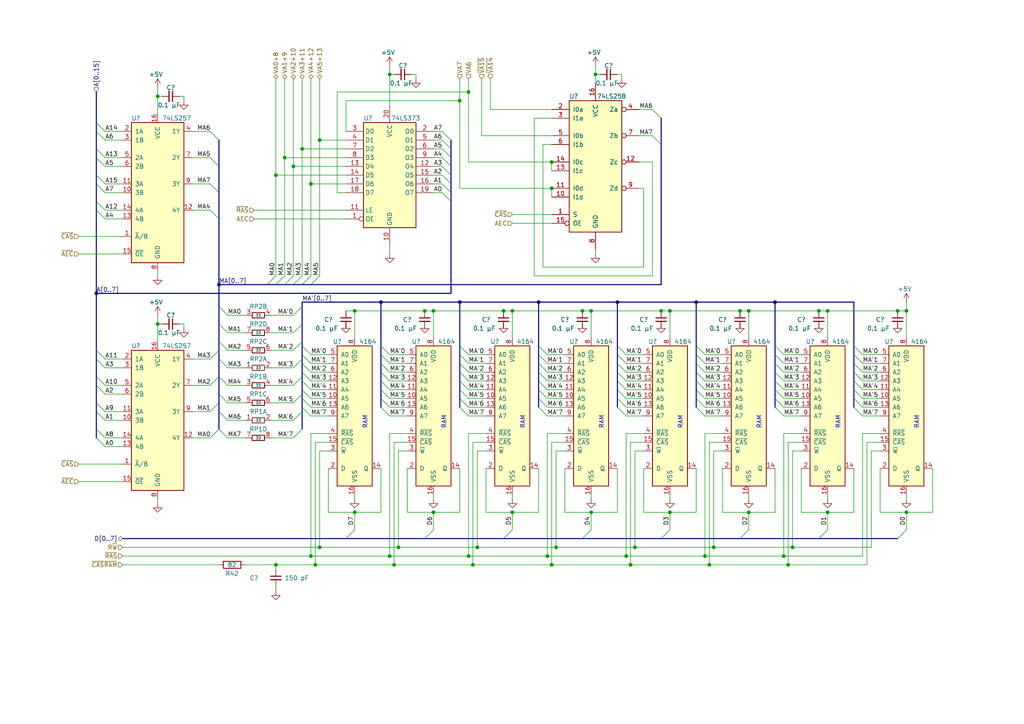
<source format=kicad_sch>
(kicad_sch (version 20231120) (generator "eeschema") (generator_version "8.0")
  (paper "A4")
  (title_block (title "Commodore 64 - Dynamic RAM (schematic #251469)") (date "2019-08-11") (rev "0.2") (company "Commodore Business Machines, Inc.") (comment 1 "Based on C64/C64C Service Manual (1992-03) pp. 31-32 [PN-314001-03]") (comment 4 "KiCad schematic capture by Cumbayah! <cumbayah@subetha.dk>"))
  (junction (at 113.03 21.59))
  (junction (at 146.05 90.17))
  (junction (at 123.19 90.17))
  (junction (at 194.31 90.17))
  (junction (at 184.15 158.75))
  (junction (at 160.02 54.61))
  (junction (at 27.94 85.09))
  (junction (at 204.47 161.29))
  (junction (at 161.29 158.75))
  (junction (at 171.45 90.17))
  (junction (at 262.89 148.59))
  (junction (at 133.35 87.63))
  (junction (at 110.49 87.63))
  (junction (at 114.3 163.83))
  (junction (at 217.17 148.59))
  (junction (at 80.01 50.8))
  (junction (at 63.5 82.55))
  (junction (at 45.72 93.98))
  (junction (at 158.75 161.29))
  (junction (at 125.73 148.59))
  (junction (at 133.35 29.21))
  (junction (at 92.71 40.64))
  (junction (at 138.43 158.75))
  (junction (at 87.63 43.18))
  (junction (at 160.02 46.99))
  (junction (at 115.57 158.75))
  (junction (at 201.93 87.63))
  (junction (at 214.63 90.17))
  (junction (at 181.61 161.29))
  (junction (at 102.87 148.59))
  (junction (at 191.77 90.17))
  (junction (at 45.72 27.94))
  (junction (at 113.03 161.29))
  (junction (at 102.87 90.17))
  (junction (at 207.01 158.75))
  (junction (at 240.03 90.17))
  (junction (at 135.89 161.29))
  (junction (at 80.01 163.83))
  (junction (at 85.09 48.26))
  (junction (at 160.02 163.83))
  (junction (at 135.89 26.67))
  (junction (at 260.35 90.17))
  (junction (at 168.91 90.17))
  (junction (at 91.44 163.83))
  (junction (at 228.6 163.83))
  (junction (at 224.79 87.63))
  (junction (at 227.33 161.29))
  (junction (at 90.17 53.34))
  (junction (at 148.59 148.59))
  (junction (at 82.55 45.72))
  (junction (at 172.72 21.59))
  (junction (at 205.74 163.83))
  (junction (at 156.21 87.63))
  (junction (at 148.59 90.17))
  (junction (at 237.49 90.17))
  (junction (at 217.17 90.17))
  (junction (at 137.16 163.83))
  (junction (at 125.73 90.17))
  (junction (at 182.88 163.83))
  (junction (at 229.87 158.75))
  (junction (at 92.71 158.75))
  (junction (at 90.17 161.29))
  (junction (at 179.07 87.63))
  (junction (at 171.45 148.59))
  (junction (at 262.89 90.17))
  (junction (at 240.03 148.59))
  (junction (at 194.31 148.59))
  (bus_entry (at 77.47 82.55) (size 2.54 -2.54))
  (bus_entry (at 27.94 35.56) (size 2.54 2.54))
  (bus_entry (at 27.94 124.46) (size 2.54 2.54))
  (bus_entry (at 63.5 114.3) (size 2.54 2.54))
  (bus_entry (at 133.35 102.87) (size 2.54 2.54))
  (bus_entry (at 247.65 115.57) (size 2.54 2.54))
  (bus_entry (at 63.5 40.64) (size -2.54 -2.54))
  (bus_entry (at 27.94 43.18) (size 2.54 2.54))
  (bus_entry (at 87.63 105.41) (size 2.54 2.54))
  (bus_entry (at 201.93 102.87) (size 2.54 2.54))
  (bus_entry (at 201.93 110.49) (size 2.54 2.54))
  (bus_entry (at 27.94 58.42) (size 2.54 2.54))
  (bus_entry (at 87.63 100.33) (size 2.54 2.54))
  (bus_entry (at 247.65 113.03) (size 2.54 2.54))
  (bus_entry (at 63.5 116.84) (size -2.54 2.54))
  (bus_entry (at 27.94 116.84) (size 2.54 2.54))
  (bus_entry (at 168.91 156.21) (size 2.54 -2.54))
  (bus_entry (at 27.94 60.96) (size 2.54 2.54))
  (bus_entry (at 27.94 104.14) (size 2.54 2.54))
  (bus_entry (at 156.21 100.33) (size 2.54 2.54))
  (bus_entry (at 82.55 82.55) (size 2.54 -2.54))
  (bus_entry (at 63.5 109.22) (size 2.54 2.54))
  (bus_entry (at 179.07 100.33) (size 2.54 2.54))
  (bus_entry (at 133.35 107.95) (size 2.54 2.54))
  (bus_entry (at 156.21 110.49) (size 2.54 2.54))
  (bus_entry (at 63.5 55.88) (size -2.54 -2.54))
  (bus_entry (at 85.09 111.76) (size 2.54 -2.54))
  (bus_entry (at 133.35 115.57) (size 2.54 2.54))
  (bus_entry (at 63.5 99.06) (size 2.54 2.54))
  (bus_entry (at 133.35 100.33) (size 2.54 2.54))
  (bus_entry (at 27.94 111.76) (size 2.54 2.54))
  (bus_entry (at 87.63 113.03) (size 2.54 2.54))
  (bus_entry (at 27.94 38.1) (size 2.54 2.54))
  (bus_entry (at 27.94 109.22) (size 2.54 2.54))
  (bus_entry (at 133.35 113.03) (size 2.54 2.54))
  (bus_entry (at 27.94 45.72) (size 2.54 2.54))
  (bus_entry (at 63.5 93.98) (size 2.54 2.54))
  (bus_entry (at 158.75 120.65) (size -2.54 -2.54))
  (bus_entry (at 87.63 107.95) (size 2.54 2.54))
  (bus_entry (at 110.49 100.33) (size 2.54 2.54))
  (bus_entry (at 128.27 45.72) (size 2.54 2.54))
  (bus_entry (at 181.61 120.65) (size -2.54 -2.54))
  (bus_entry (at 201.93 113.03) (size 2.54 2.54))
  (bus_entry (at 63.5 109.22) (size -2.54 2.54))
  (bus_entry (at 179.07 102.87) (size 2.54 2.54))
  (bus_entry (at 191.77 34.29) (size -2.54 -2.54))
  (bus_entry (at 85.09 106.68) (size 2.54 -2.54))
  (bus_entry (at 224.79 102.87) (size 2.54 2.54))
  (bus_entry (at 87.63 115.57) (size 2.54 2.54))
  (bus_entry (at 247.65 100.33) (size 2.54 2.54))
  (bus_entry (at 260.35 156.21) (size 2.54 -2.54))
  (bus_entry (at 128.27 50.8) (size 2.54 2.54))
  (bus_entry (at 128.27 48.26) (size 2.54 2.54))
  (bus_entry (at 128.27 53.34) (size 2.54 2.54))
  (bus_entry (at 156.21 105.41) (size 2.54 2.54))
  (bus_entry (at 201.93 115.57) (size 2.54 2.54))
  (bus_entry (at 224.79 115.57) (size 2.54 2.54))
  (bus_entry (at 128.27 40.64) (size 2.54 2.54))
  (bus_entry (at 204.47 120.65) (size -2.54 -2.54))
  (bus_entry (at 247.65 110.49) (size 2.54 2.54))
  (bus_entry (at 63.5 88.9) (size 2.54 2.54))
  (bus_entry (at 85.09 82.55) (size 2.54 -2.54))
  (bus_entry (at 250.19 120.65) (size -2.54 -2.54))
  (bus_entry (at 247.65 105.41) (size 2.54 2.54))
  (bus_entry (at 85.09 96.52) (size 2.54 -2.54))
  (bus_entry (at 201.93 100.33) (size 2.54 2.54))
  (bus_entry (at 224.79 107.95) (size 2.54 2.54))
  (bus_entry (at 63.5 48.26) (size -2.54 -2.54))
  (bus_entry (at 224.79 110.49) (size 2.54 2.54))
  (bus_entry (at 27.94 50.8) (size 2.54 2.54))
  (bus_entry (at 128.27 38.1) (size 2.54 2.54))
  (bus_entry (at 87.63 110.49) (size 2.54 2.54))
  (bus_entry (at 128.27 55.88) (size 2.54 2.54))
  (bus_entry (at 179.07 115.57) (size 2.54 2.54))
  (bus_entry (at 27.94 119.38) (size 2.54 2.54))
  (bus_entry (at 135.89 120.65) (size -2.54 -2.54))
  (bus_entry (at 123.19 156.21) (size 2.54 -2.54))
  (bus_entry (at 214.63 156.21) (size 2.54 -2.54))
  (bus_entry (at 179.07 113.03) (size 2.54 2.54))
  (bus_entry (at 63.5 124.46) (size 2.54 2.54))
  (bus_entry (at 63.5 63.5) (size -2.54 -2.54))
  (bus_entry (at 179.07 110.49) (size 2.54 2.54))
  (bus_entry (at 156.21 115.57) (size 2.54 2.54))
  (bus_entry (at 237.49 156.21) (size 2.54 -2.54))
  (bus_entry (at 156.21 102.87) (size 2.54 2.54))
  (bus_entry (at 146.05 156.21) (size 2.54 -2.54))
  (bus_entry (at 113.03 120.65) (size -2.54 -2.54))
  (bus_entry (at 85.09 121.92) (size 2.54 -2.54))
  (bus_entry (at 110.49 115.57) (size 2.54 2.54))
  (bus_entry (at 201.93 107.95) (size 2.54 2.54))
  (bus_entry (at 27.94 127) (size 2.54 2.54))
  (bus_entry (at 227.33 120.65) (size -2.54 -2.54))
  (bus_entry (at 224.79 113.03) (size 2.54 2.54))
  (bus_entry (at 87.63 102.87) (size 2.54 2.54))
  (bus_entry (at 27.94 101.6) (size 2.54 2.54))
  (bus_entry (at 224.79 105.41) (size 2.54 2.54))
  (bus_entry (at 247.65 107.95) (size 2.54 2.54))
  (bus_entry (at 85.09 91.44) (size 2.54 -2.54))
  (bus_entry (at 87.63 82.55) (size 2.54 -2.54))
  (bus_entry (at 85.09 127) (size 2.54 -2.54))
  (bus_entry (at 85.09 116.84) (size 2.54 -2.54))
  (bus_entry (at 133.35 110.49) (size 2.54 2.54))
  (bus_entry (at 110.49 110.49) (size 2.54 2.54))
  (bus_entry (at 63.5 124.46) (size -2.54 2.54))
  (bus_entry (at 63.5 104.14) (size 2.54 2.54))
  (bus_entry (at 247.65 102.87) (size 2.54 2.54))
  (bus_entry (at 110.49 105.41) (size 2.54 2.54))
  (bus_entry (at 63.5 119.38) (size 2.54 2.54))
  (bus_entry (at 201.93 105.41) (size 2.54 2.54))
  (bus_entry (at 179.07 105.41) (size 2.54 2.54))
  (bus_entry (at 85.09 101.6) (size 2.54 -2.54))
  (bus_entry (at 100.33 156.21) (size 2.54 -2.54))
  (bus_entry (at 27.94 53.34) (size 2.54 2.54))
  (bus_entry (at 179.07 107.95) (size 2.54 2.54))
  (bus_entry (at 90.17 120.65) (size -2.54 -2.54))
  (bus_entry (at 133.35 105.41) (size 2.54 2.54))
  (bus_entry (at 110.49 107.95) (size 2.54 2.54))
  (bus_entry (at 80.01 82.55) (size 2.54 -2.54))
  (bus_entry (at 128.27 43.18) (size 2.54 2.54))
  (bus_entry (at 156.21 113.03) (size 2.54 2.54))
  (bus_entry (at 110.49 113.03) (size 2.54 2.54))
  (bus_entry (at 110.49 102.87) (size 2.54 2.54))
  (bus_entry (at 191.77 41.91) (size -2.54 -2.54))
  (bus_entry (at 191.77 156.21) (size 2.54 -2.54))
  (bus_entry (at 156.21 107.95) (size 2.54 2.54))
  (bus_entry (at 224.79 100.33) (size 2.54 2.54))
  (bus_entry (at 90.17 82.55) (size 2.54 -2.54))
  (bus_entry (at 63.5 101.6) (size -2.54 2.54))
  (bus (pts (xy 133.35 87.63) (xy 156.21 87.63)))
  (wire (pts (xy 90.17 161.29) (xy 35.56 161.29)))
  (bus (pts (xy 133.35 100.33) (xy 133.35 102.87)))
  (wire (pts (xy 113.03 120.65) (xy 118.11 120.65)))
  (bus (pts (xy 110.49 102.87) (xy 110.49 105.41)))
  (wire (pts (xy 185.42 39.37) (xy 189.23 39.37)))
  (wire (pts (xy 194.31 148.59) (xy 186.69 148.59)))
  (bus (pts (xy 156.21 107.95) (xy 156.21 110.49)))
  (wire (pts (xy 135.89 102.87) (xy 140.97 102.87)))
  (bus (pts (xy 224.79 107.95) (xy 224.79 110.49)))
  (wire (pts (xy 53.34 27.94) (xy 53.34 29.21)))
  (bus (pts (xy 179.07 107.95) (xy 179.07 110.49)))
  (wire (pts (xy 171.45 148.59) (xy 163.83 148.59)))
  (bus (pts (xy 156.21 102.87) (xy 156.21 105.41)))
  (wire (pts (xy 148.59 148.59) (xy 148.59 153.67)))
  (wire (pts (xy 80.01 163.83) (xy 91.44 163.83)))
  (wire (pts (xy 217.17 144.78) (xy 217.17 143.51)))
  (wire (pts (xy 35.56 40.64) (xy 30.48 40.64)))
  (wire (pts (xy 133.35 148.59) (xy 125.73 148.59)))
  (wire (pts (xy 135.89 125.73) (xy 135.89 161.29)))
  (wire (pts (xy 100.33 50.8) (xy 80.01 50.8)))
  (wire (pts (xy 102.87 148.59) (xy 102.87 153.67)))
  (bus (pts (xy 87.63 100.33) (xy 87.63 102.87)))
  (wire (pts (xy 204.47 161.29) (xy 227.33 161.29)))
  (wire (pts (xy 250.19 118.11) (xy 255.27 118.11)))
  (wire (pts (xy 78.74 101.6) (xy 85.09 101.6)))
  (wire (pts (xy 115.57 158.75) (xy 138.43 158.75)))
  (wire (pts (xy 102.87 148.59) (xy 95.25 148.59)))
  (wire (pts (xy 217.17 90.17) (xy 217.17 97.79)))
  (wire (pts (xy 80.01 50.8) (xy 80.01 22.86)))
  (wire (pts (xy 160.02 57.15) (xy 160.02 54.61)))
  (wire (pts (xy 240.03 97.79) (xy 240.03 90.17)))
  (wire (pts (xy 227.33 110.49) (xy 232.41 110.49)))
  (wire (pts (xy 55.88 104.14) (xy 60.96 104.14)))
  (wire (pts (xy 262.89 90.17) (xy 262.89 87.63)))
  (bus (pts (xy 63.5 82.55) (xy 63.5 88.9)))
  (wire (pts (xy 90.17 161.29) (xy 113.03 161.29)))
  (bus (pts (xy 27.94 116.84) (xy 27.94 119.38)))
  (wire (pts (xy 113.03 21.59) (xy 114.3 21.59)))
  (wire (pts (xy 160.02 39.37) (xy 139.7 39.37)))
  (bus (pts (xy 179.07 115.57) (xy 179.07 118.11)))
  (wire (pts (xy 78.74 96.52) (xy 85.09 96.52)))
  (bus (pts (xy 201.93 115.57) (xy 201.93 118.11)))
  (wire (pts (xy 161.29 158.75) (xy 184.15 158.75)))
  (wire (pts (xy 227.33 115.57) (xy 232.41 115.57)))
  (wire (pts (xy 87.63 22.86) (xy 87.63 43.18)))
  (wire (pts (xy 87.63 43.18) (xy 100.33 43.18)))
  (wire (pts (xy 158.75 120.65) (xy 163.83 120.65)))
  (bus (pts (xy 82.55 82.55) (xy 85.09 82.55)))
  (bus (pts (xy 191.77 34.29) (xy 191.77 41.91)))
  (wire (pts (xy 240.03 148.59) (xy 232.41 148.59)))
  (wire (pts (xy 135.89 46.99) (xy 135.89 26.67)))
  (wire (pts (xy 227.33 113.03) (xy 232.41 113.03)))
  (wire (pts (xy 204.47 118.11) (xy 209.55 118.11)))
  (bus (pts (xy 110.49 87.63) (xy 110.49 100.33)))
  (wire (pts (xy 80.01 171.45) (xy 80.01 170.18)))
  (bus (pts (xy 63.5 48.26) (xy 63.5 55.88)))
  (bus (pts (xy 87.63 93.98) (xy 87.63 99.06)))
  (bus (pts (xy 191.77 41.91) (xy 191.77 82.55)))
  (bus (pts (xy 27.94 111.76) (xy 27.94 116.84)))
  (bus (pts (xy 179.07 87.63) (xy 179.07 100.33)))
  (wire (pts (xy 140.97 125.73) (xy 135.89 125.73)))
  (bus (pts (xy 201.93 87.63) (xy 201.93 100.33)))
  (wire (pts (xy 123.19 93.98) (xy 123.19 95.25)))
  (wire (pts (xy 224.79 135.89) (xy 224.79 148.59)))
  (bus (pts (xy 63.5 104.14) (xy 63.5 109.22)))
  (wire (pts (xy 35.56 114.3) (xy 30.48 114.3)))
  (wire (pts (xy 113.03 113.03) (xy 118.11 113.03)))
  (wire (pts (xy 87.63 43.18) (xy 87.63 80.01)))
  (wire (pts (xy 92.71 22.86) (xy 92.71 40.64)))
  (wire (pts (xy 113.03 161.29) (xy 135.89 161.29)))
  (bus (pts (xy 87.63 109.22) (xy 87.63 110.49)))
  (wire (pts (xy 163.83 128.27) (xy 160.02 128.27)))
  (wire (pts (xy 95.25 128.27) (xy 91.44 128.27)))
  (wire (pts (xy 179.07 135.89) (xy 179.07 148.59)))
  (bus (pts (xy 133.35 102.87) (xy 133.35 105.41)))
  (wire (pts (xy 135.89 115.57) (xy 140.97 115.57)))
  (wire (pts (xy 168.91 90.17) (xy 148.59 90.17)))
  (bus (pts (xy 133.35 105.41) (xy 133.35 107.95)))
  (wire (pts (xy 168.91 90.17) (xy 171.45 90.17)))
  (wire (pts (xy 22.86 68.58) (xy 35.56 68.58)))
  (wire (pts (xy 148.59 148.59) (xy 140.97 148.59)))
  (wire (pts (xy 160.02 62.23) (xy 148.59 62.23)))
  (bus (pts (xy 87.63 113.03) (xy 87.63 114.3)))
  (wire (pts (xy 78.74 106.68) (xy 85.09 106.68)))
  (bus (pts (xy 130.81 53.34) (xy 130.81 55.88)))
  (wire (pts (xy 217.17 148.59) (xy 209.55 148.59)))
  (wire (pts (xy 90.17 113.03) (xy 95.25 113.03)))
  (wire (pts (xy 30.48 48.26) (xy 35.56 48.26)))
  (wire (pts (xy 158.75 102.87) (xy 163.83 102.87)))
  (bus (pts (xy 224.79 113.03) (xy 224.79 115.57)))
  (wire (pts (xy 100.33 90.17) (xy 102.87 90.17)))
  (wire (pts (xy 209.55 130.81) (xy 207.01 130.81)))
  (wire (pts (xy 71.12 96.52) (xy 66.04 96.52)))
  (wire (pts (xy 172.72 72.39) (xy 172.72 73.66)))
  (wire (pts (xy 30.48 55.88) (xy 35.56 55.88)))
  (bus (pts (xy 179.07 102.87) (xy 179.07 105.41)))
  (wire (pts (xy 260.35 90.17) (xy 262.89 90.17)))
  (wire (pts (xy 201.93 135.89) (xy 201.93 148.59)))
  (wire (pts (xy 205.74 128.27) (xy 205.74 163.83)))
  (wire (pts (xy 184.15 130.81) (xy 184.15 158.75)))
  (wire (pts (xy 158.75 118.11) (xy 163.83 118.11)))
  (wire (pts (xy 113.03 118.11) (xy 118.11 118.11)))
  (wire (pts (xy 71.12 101.6) (xy 66.04 101.6)))
  (wire (pts (xy 181.61 105.41) (xy 186.69 105.41)))
  (bus (pts (xy 201.93 113.03) (xy 201.93 115.57)))
  (wire (pts (xy 35.56 127) (xy 30.48 127)))
  (bus (pts (xy 133.35 113.03) (xy 133.35 115.57)))
  (wire (pts (xy 35.56 158.75) (xy 92.71 158.75)))
  (wire (pts (xy 181.61 118.11) (xy 186.69 118.11)))
  (bus (pts (xy 110.49 115.57) (xy 110.49 118.11)))
  (bus (pts (xy 63.5 82.55) (xy 77.47 82.55)))
  (bus (pts (xy 27.94 104.14) (xy 27.94 109.22)))
  (wire (pts (xy 90.17 115.57) (xy 95.25 115.57)))
  (bus (pts (xy 63.5 109.22) (xy 63.5 114.3)))
  (bus (pts (xy 63.5 40.64) (xy 63.5 48.26)))
  (bus (pts (xy 201.93 110.49) (xy 201.93 113.03)))
  (bus (pts (xy 110.49 87.63) (xy 133.35 87.63)))
  (bus (pts (xy 130.81 48.26) (xy 130.81 50.8)))
  (wire (pts (xy 158.75 105.41) (xy 163.83 105.41)))
  (wire (pts (xy 186.69 125.73) (xy 181.61 125.73)))
  (wire (pts (xy 237.49 90.17) (xy 240.03 90.17)))
  (wire (pts (xy 232.41 128.27) (xy 228.6 128.27)))
  (wire (pts (xy 95.25 148.59) (xy 95.25 135.89)))
  (wire (pts (xy 204.47 105.41) (xy 209.55 105.41)))
  (bus (pts (xy 87.63 102.87) (xy 87.63 104.14)))
  (bus (pts (xy 63.5 55.88) (xy 63.5 63.5)))
  (bus (pts (xy 224.79 102.87) (xy 224.79 105.41)))
  (wire (pts (xy 251.46 128.27) (xy 251.46 163.83)))
  (wire (pts (xy 255.27 148.59) (xy 255.27 135.89)))
  (wire (pts (xy 270.51 148.59) (xy 262.89 148.59)))
  (wire (pts (xy 181.61 115.57) (xy 186.69 115.57)))
  (wire (pts (xy 260.35 93.98) (xy 260.35 95.25)))
  (wire (pts (xy 125.73 38.1) (xy 128.27 38.1)))
  (wire (pts (xy 113.03 105.41) (xy 118.11 105.41)))
  (wire (pts (xy 227.33 105.41) (xy 232.41 105.41)))
  (wire (pts (xy 185.42 46.99) (xy 189.23 46.99)))
  (wire (pts (xy 158.75 161.29) (xy 181.61 161.29)))
  (wire (pts (xy 71.12 106.68) (xy 66.04 106.68)))
  (bus (pts (xy 110.49 107.95) (xy 110.49 110.49)))
  (bus (pts (xy 27.94 53.34) (xy 27.94 58.42)))
  (bus (pts (xy 87.63 88.9) (xy 87.63 93.98)))
  (wire (pts (xy 102.87 90.17) (xy 102.87 97.79)))
  (wire (pts (xy 191.77 93.98) (xy 191.77 95.25)))
  (wire (pts (xy 78.74 111.76) (xy 85.09 111.76)))
  (bus (pts (xy 110.49 105.41) (xy 110.49 107.95)))
  (wire (pts (xy 181.61 161.29) (xy 204.47 161.29)))
  (wire (pts (xy 240.03 148.59) (xy 240.03 153.67)))
  (bus (pts (xy 224.79 105.41) (xy 224.79 107.95)))
  (wire (pts (xy 92.71 40.64) (xy 92.71 80.01)))
  (wire (pts (xy 262.89 97.79) (xy 262.89 90.17)))
  (wire (pts (xy 201.93 148.59) (xy 194.31 148.59)))
  (bus (pts (xy 156.21 113.03) (xy 156.21 115.57)))
  (wire (pts (xy 123.19 90.17) (xy 102.87 90.17)))
  (wire (pts (xy 92.71 130.81) (xy 92.71 158.75)))
  (wire (pts (xy 160.02 49.53) (xy 160.02 46.99)))
  (wire (pts (xy 224.79 148.59) (xy 217.17 148.59)))
  (wire (pts (xy 52.07 27.94) (xy 53.34 27.94)))
  (wire (pts (xy 214.63 93.98) (xy 214.63 95.25)))
  (wire (pts (xy 252.73 158.75) (xy 252.73 130.81)))
  (bus (pts (xy 100.33 156.21) (xy 123.19 156.21)))
  (wire (pts (xy 250.19 120.65) (xy 255.27 120.65)))
  (wire (pts (xy 78.74 91.44) (xy 85.09 91.44)))
  (wire (pts (xy 100.33 55.88) (xy 97.79 55.88)))
  (wire (pts (xy 179.07 21.59) (xy 180.34 21.59)))
  (bus (pts (xy 63.5 99.06) (xy 63.5 101.6)))
  (wire (pts (xy 100.33 93.98) (xy 100.33 95.25)))
  (wire (pts (xy 229.87 158.75) (xy 252.73 158.75)))
  (wire (pts (xy 52.07 93.98) (xy 53.34 93.98)))
  (wire (pts (xy 139.7 39.37) (xy 139.7 22.86)))
  (bus (pts (xy 247.65 102.87) (xy 247.65 105.41)))
  (bus (pts (xy 87.63 105.41) (xy 87.63 107.95)))
  (wire (pts (xy 100.33 40.64) (xy 92.71 40.64)))
  (wire (pts (xy 163.83 125.73) (xy 158.75 125.73)))
  (wire (pts (xy 204.47 113.03) (xy 209.55 113.03)))
  (wire (pts (xy 35.56 106.68) (xy 30.48 106.68)))
  (bus (pts (xy 214.63 156.21) (xy 237.49 156.21)))
  (wire (pts (xy 158.75 125.73) (xy 158.75 161.29)))
  (wire (pts (xy 140.97 130.81) (xy 138.43 130.81)))
  (bus (pts (xy 130.81 43.18) (xy 130.81 45.72)))
  (wire (pts (xy 204.47 120.65) (xy 209.55 120.65)))
  (wire (pts (xy 133.35 135.89) (xy 133.35 148.59)))
  (wire (pts (xy 118.11 128.27) (xy 114.3 128.27)))
  (wire (pts (xy 232.41 125.73) (xy 227.33 125.73)))
  (wire (pts (xy 97.79 55.88) (xy 97.79 26.67)))
  (bus (pts (xy 27.94 35.56) (xy 27.94 38.1)))
  (bus (pts (xy 130.81 45.72) (xy 130.81 48.26)))
  (wire (pts (xy 154.94 34.29) (xy 160.02 34.29)))
  (wire (pts (xy 140.97 148.59) (xy 140.97 135.89)))
  (wire (pts (xy 189.23 46.99) (xy 189.23 80.01)))
  (bus (pts (xy 201.93 105.41) (xy 201.93 107.95)))
  (wire (pts (xy 191.77 90.17) (xy 194.31 90.17)))
  (wire (pts (xy 113.03 107.95) (xy 118.11 107.95)))
  (wire (pts (xy 140.97 128.27) (xy 137.16 128.27)))
  (bus (pts (xy 123.19 156.21) (xy 146.05 156.21)))
  (wire (pts (xy 35.56 73.66) (xy 22.86 73.66)))
  (wire (pts (xy 158.75 113.03) (xy 163.83 113.03)))
  (bus (pts (xy 201.93 87.63) (xy 224.79 87.63)))
  (bus (pts (xy 87.63 107.95) (xy 87.63 109.22)))
  (wire (pts (xy 82.55 45.72) (xy 82.55 80.01)))
  (wire (pts (xy 250.19 115.57) (xy 255.27 115.57)))
  (wire (pts (xy 45.72 78.74) (xy 45.72 80.01)))
  (wire (pts (xy 133.35 54.61) (xy 133.35 29.21)))
  (wire (pts (xy 135.89 120.65) (xy 140.97 120.65)))
  (wire (pts (xy 250.19 107.95) (xy 255.27 107.95)))
  (bus (pts (xy 87.63 114.3) (xy 87.63 115.57)))
  (wire (pts (xy 181.61 125.73) (xy 181.61 161.29)))
  (bus (pts (xy 27.94 124.46) (xy 27.94 127)))
  (bus (pts (xy 87.63 118.11) (xy 87.63 119.38)))
  (wire (pts (xy 148.59 144.78) (xy 148.59 143.51)))
  (wire (pts (xy 154.94 80.01) (xy 154.94 34.29)))
  (wire (pts (xy 205.74 163.83) (xy 228.6 163.83)))
  (wire (pts (xy 146.05 93.98) (xy 146.05 95.25)))
  (wire (pts (xy 171.45 144.78) (xy 171.45 143.51)))
  (wire (pts (xy 262.89 148.59) (xy 262.89 153.67)))
  (wire (pts (xy 250.19 105.41) (xy 255.27 105.41)))
  (wire (pts (xy 148.59 64.77) (xy 160.02 64.77)))
  (bus (pts (xy 191.77 156.21) (xy 214.63 156.21)))
  (wire (pts (xy 78.74 116.84) (xy 85.09 116.84)))
  (bus (pts (xy 35.56 156.21) (xy 100.33 156.21)))
  (wire (pts (xy 35.56 119.38) (xy 30.48 119.38)))
  (wire (pts (xy 214.63 90.17) (xy 217.17 90.17)))
  (wire (pts (xy 262.89 144.78) (xy 262.89 143.51)))
  (wire (pts (xy 237.49 93.98) (xy 237.49 95.25)))
  (bus (pts (xy 130.81 50.8) (xy 130.81 53.34)))
  (wire (pts (xy 204.47 125.73) (xy 204.47 161.29)))
  (wire (pts (xy 123.19 90.17) (xy 125.73 90.17)))
  (wire (pts (xy 45.72 27.94) (xy 46.99 27.94)))
  (wire (pts (xy 181.61 120.65) (xy 186.69 120.65)))
  (bus (pts (xy 27.94 38.1) (xy 27.94 43.18)))
  (wire (pts (xy 125.73 40.64) (xy 128.27 40.64)))
  (wire (pts (xy 207.01 130.81) (xy 207.01 158.75)))
  (wire (pts (xy 55.88 127) (xy 60.96 127)))
  (bus (pts (xy 110.49 113.03) (xy 110.49 115.57)))
  (wire (pts (xy 55.88 38.1) (xy 60.96 38.1)))
  (bus (pts (xy 247.65 113.03) (xy 247.65 115.57)))
  (bus (pts (xy 63.5 119.38) (xy 63.5 124.46)))
  (wire (pts (xy 262.89 148.59) (xy 255.27 148.59)))
  (wire (pts (xy 90.17 107.95) (xy 95.25 107.95)))
  (wire (pts (xy 66.04 121.92) (xy 71.12 121.92)))
  (wire (pts (xy 90.17 22.86) (xy 90.17 53.34)))
  (bus (pts (xy 247.65 100.33) (xy 247.65 102.87)))
  (wire (pts (xy 247.65 135.89) (xy 247.65 148.59)))
  (wire (pts (xy 45.72 27.94) (xy 45.72 25.4)))
  (bus (pts (xy 224.79 115.57) (xy 224.79 118.11)))
  (bus (pts (xy 90.17 82.55) (xy 191.77 82.55)))
  (wire (pts (xy 78.74 121.92) (xy 85.09 121.92)))
  (wire (pts (xy 194.31 144.78) (xy 194.31 143.51)))
  (bus (pts (xy 201.93 107.95) (xy 201.93 110.49)))
  (bus (pts (xy 237.49 156.21) (xy 260.35 156.21)))
  (wire (pts (xy 209.55 125.73) (xy 204.47 125.73)))
  (wire (pts (xy 30.48 53.34) (xy 35.56 53.34)))
  (wire (pts (xy 135.89 161.29) (xy 158.75 161.29)))
  (bus (pts (xy 27.94 58.42) (xy 27.94 60.96)))
  (wire (pts (xy 161.29 130.81) (xy 161.29 158.75)))
  (wire (pts (xy 228.6 128.27) (xy 228.6 163.83)))
  (wire (pts (xy 156.21 148.59) (xy 148.59 148.59)))
  (wire (pts (xy 35.56 163.83) (xy 63.5 163.83)))
  (wire (pts (xy 157.48 77.47) (xy 186.69 77.47)))
  (wire (pts (xy 207.01 158.75) (xy 229.87 158.75)))
  (wire (pts (xy 91.44 128.27) (xy 91.44 163.83)))
  (bus (pts (xy 133.35 115.57) (xy 133.35 118.11)))
  (wire (pts (xy 204.47 102.87) (xy 209.55 102.87)))
  (wire (pts (xy 100.33 29.21) (xy 100.33 38.1)))
  (wire (pts (xy 78.74 127) (xy 85.09 127)))
  (wire (pts (xy 90.17 125.73) (xy 90.17 161.29)))
  (wire (pts (xy 30.48 63.5) (xy 35.56 63.5)))
  (wire (pts (xy 71.12 91.44) (xy 66.04 91.44)))
  (wire (pts (xy 204.47 110.49) (xy 209.55 110.49)))
  (wire (pts (xy 181.61 107.95) (xy 186.69 107.95)))
  (wire (pts (xy 172.72 21.59) (xy 173.99 21.59)))
  (bus (pts (xy 63.5 93.98) (xy 63.5 99.06)))
  (bus (pts (xy 247.65 110.49) (xy 247.65 113.03)))
  (wire (pts (xy 82.55 22.86) (xy 82.55 45.72)))
  (wire (pts (xy 142.24 31.75) (xy 142.24 22.86)))
  (wire (pts (xy 66.04 111.76) (xy 71.12 111.76)))
  (bus (pts (xy 110.49 110.49) (xy 110.49 113.03)))
  (wire (pts (xy 158.75 110.49) (xy 163.83 110.49)))
  (wire (pts (xy 217.17 148.59) (xy 217.17 153.67)))
  (bus (pts (xy 247.65 107.95) (xy 247.65 110.49)))
  (wire (pts (xy 97.79 26.67) (xy 135.89 26.67)))
  (wire (pts (xy 55.88 119.38) (xy 60.96 119.38)))
  (bus (pts (xy 110.49 100.33) (xy 110.49 102.87)))
  (wire (pts (xy 135.89 113.03) (xy 140.97 113.03)))
  (wire (pts (xy 232.41 130.81) (xy 229.87 130.81)))
  (wire (pts (xy 138.43 158.75) (xy 161.29 158.75)))
  (wire (pts (xy 186.69 130.81) (xy 184.15 130.81)))
  (wire (pts (xy 138.43 130.81) (xy 138.43 158.75)))
  (bus (pts (xy 63.5 116.84) (xy 63.5 119.38)))
  (wire (pts (xy 186.69 77.47) (xy 186.69 54.61)))
  (bus (pts (xy 130.81 58.42) (xy 130.81 85.09)))
  (bus (pts (xy 247.65 115.57) (xy 247.65 118.11)))
  (wire (pts (xy 163.83 130.81) (xy 161.29 130.81)))
  (wire (pts (xy 182.88 163.83) (xy 205.74 163.83)))
  (bus (pts (xy 156.21 87.63) (xy 179.07 87.63)))
  (wire (pts (xy 186.69 54.61) (xy 185.42 54.61)))
  (bus (pts (xy 201.93 102.87) (xy 201.93 105.41)))
  (wire (pts (xy 35.56 121.92) (xy 30.48 121.92)))
  (wire (pts (xy 171.45 97.79) (xy 171.45 90.17)))
  (bus (pts (xy 27.94 43.18) (xy 27.94 45.72)))
  (wire (pts (xy 35.56 104.14) (xy 30.48 104.14)))
  (wire (pts (xy 182.88 128.27) (xy 182.88 163.83)))
  (bus (pts (xy 27.94 26.67) (xy 27.94 35.56)))
  (wire (pts (xy 92.71 158.75) (xy 115.57 158.75)))
  (wire (pts (xy 71.12 116.84) (xy 66.04 116.84)))
  (wire (pts (xy 125.73 48.26) (xy 128.27 48.26)))
  (wire (pts (xy 45.72 33.02) (xy 45.72 27.94)))
  (wire (pts (xy 227.33 102.87) (xy 232.41 102.87)))
  (wire (pts (xy 214.63 90.17) (xy 194.31 90.17)))
  (wire (pts (xy 148.59 97.79) (xy 148.59 90.17)))
  (wire (pts (xy 85.09 48.26) (xy 85.09 80.01)))
  (bus (pts (xy 133.35 110.49) (xy 133.35 113.03)))
  (wire (pts (xy 119.38 21.59) (xy 120.65 21.59)))
  (wire (pts (xy 114.3 163.83) (xy 137.16 163.83)))
  (wire (pts (xy 125.73 144.78) (xy 125.73 143.51)))
  (bus (pts (xy 27.94 109.22) (xy 27.94 111.76)))
  (bus (pts (xy 179.07 110.49) (xy 179.07 113.03)))
  (wire (pts (xy 113.03 30.48) (xy 113.03 21.59)))
  (wire (pts (xy 160.02 46.99) (xy 135.89 46.99)))
  (wire (pts (xy 90.17 118.11) (xy 95.25 118.11)))
  (wire (pts (xy 125.73 43.18) (xy 128.27 43.18)))
  (wire (pts (xy 113.03 102.87) (xy 118.11 102.87)))
  (bus (pts (xy 179.07 113.03) (xy 179.07 115.57)))
  (wire (pts (xy 250.19 102.87) (xy 255.27 102.87)))
  (wire (pts (xy 135.89 105.41) (xy 140.97 105.41)))
  (bus (pts (xy 27.94 45.72) (xy 27.94 50.8)))
  (bus (pts (xy 133.35 107.95) (xy 133.35 110.49)))
  (wire (pts (xy 91.44 163.83) (xy 114.3 163.83)))
  (wire (pts (xy 85.09 22.86) (xy 85.09 48.26)))
  (bus (pts (xy 87.63 99.06) (xy 87.63 100.33)))
  (bus (pts (xy 156.21 105.41) (xy 156.21 107.95)))
  (wire (pts (xy 255.27 130.81) (xy 252.73 130.81)))
  (wire (pts (xy 133.35 29.21) (xy 133.35 22.86)))
  (wire (pts (xy 120.65 21.59) (xy 120.65 22.86)))
  (wire (pts (xy 191.77 90.17) (xy 171.45 90.17)))
  (bus (pts (xy 156.21 100.33) (xy 156.21 102.87)))
  (wire (pts (xy 227.33 118.11) (xy 232.41 118.11)))
  (bus (pts (xy 63.5 101.6) (xy 63.5 104.14)))
  (wire (pts (xy 45.72 99.06) (xy 45.72 93.98)))
  (wire (pts (xy 227.33 125.73) (xy 227.33 161.29)))
  (wire (pts (xy 53.34 93.98) (xy 53.34 95.25)))
  (bus (pts (xy 77.47 82.55) (xy 80.01 82.55)))
  (wire (pts (xy 115.57 130.81) (xy 115.57 158.75)))
  (bus (pts (xy 27.94 119.38) (xy 27.94 124.46)))
  (wire (pts (xy 168.91 93.98) (xy 168.91 95.25)))
  (wire (pts (xy 35.56 139.7) (xy 22.86 139.7)))
  (wire (pts (xy 71.12 163.83) (xy 80.01 163.83)))
  (wire (pts (xy 102.87 144.78) (xy 102.87 143.51)))
  (wire (pts (xy 55.88 60.96) (xy 60.96 60.96)))
  (wire (pts (xy 118.11 148.59) (xy 118.11 135.89)))
  (wire (pts (xy 73.66 63.5) (xy 100.33 63.5)))
  (bus (pts (xy 27.94 85.09) (xy 27.94 101.6)))
  (wire (pts (xy 157.48 41.91) (xy 157.48 77.47)))
  (wire (pts (xy 90.17 110.49) (xy 95.25 110.49)))
  (bus (pts (xy 63.5 114.3) (xy 63.5 116.84)))
  (wire (pts (xy 240.03 144.78) (xy 240.03 143.51)))
  (wire (pts (xy 172.72 21.59) (xy 172.72 19.05)))
  (wire (pts (xy 194.31 148.59) (xy 194.31 153.67)))
  (wire (pts (xy 133.35 29.21) (xy 100.33 29.21)))
  (wire (pts (xy 186.69 128.27) (xy 182.88 128.27)))
  (wire (pts (xy 185.42 31.75) (xy 189.23 31.75)))
  (wire (pts (xy 90.17 120.65) (xy 95.25 120.65)))
  (wire (pts (xy 22.86 134.62) (xy 35.56 134.62)))
  (wire (pts (xy 189.23 80.01) (xy 154.94 80.01)))
  (wire (pts (xy 247.65 148.59) (xy 240.03 148.59)))
  (bus (pts (xy 87.63 110.49) (xy 87.63 113.03)))
  (wire (pts (xy 250.19 110.49) (xy 255.27 110.49)))
  (wire (pts (xy 95.25 130.81) (xy 92.71 130.81)))
  (bus (pts (xy 247.65 105.41) (xy 247.65 107.95)))
  (wire (pts (xy 181.61 102.87) (xy 186.69 102.87)))
  (wire (pts (xy 146.05 90.17) (xy 125.73 90.17)))
  (wire (pts (xy 118.11 125.73) (xy 113.03 125.73)))
  (wire (pts (xy 227.33 161.29) (xy 250.19 161.29)))
  (wire (pts (xy 125.73 50.8) (xy 128.27 50.8)))
  (bus (pts (xy 80.01 82.55) (xy 82.55 82.55)))
  (wire (pts (xy 184.15 158.75) (xy 207.01 158.75)))
  (wire (pts (xy 90.17 53.34) (xy 90.17 80.01)))
  (bus (pts (xy 224.79 87.63) (xy 224.79 100.33)))
  (bus (pts (xy 224.79 100.33) (xy 224.79 102.87)))
  (wire (pts (xy 146.05 90.17) (xy 148.59 90.17)))
  (wire (pts (xy 135.89 26.67) (xy 135.89 22.86)))
  (wire (pts (xy 90.17 53.34) (xy 100.33 53.34)))
  (wire (pts (xy 35.56 111.76) (xy 30.48 111.76)))
  (wire (pts (xy 95.25 125.73) (xy 90.17 125.73)))
  (wire (pts (xy 118.11 130.81) (xy 115.57 130.81)))
  (wire (pts (xy 80.01 80.01) (xy 80.01 50.8)))
  (wire (pts (xy 80.01 163.83) (xy 80.01 165.1)))
  (wire (pts (xy 204.47 115.57) (xy 209.55 115.57)))
  (wire (pts (xy 71.12 127) (xy 66.04 127)))
  (bus (pts (xy 27.94 50.8) (xy 27.94 53.34)))
  (wire (pts (xy 137.16 128.27) (xy 137.16 163.83)))
  (wire (pts (xy 30.48 60.96) (xy 35.56 60.96)))
  (wire (pts (xy 90.17 105.41) (xy 95.25 105.41)))
  (wire (pts (xy 90.17 102.87) (xy 95.25 102.87)))
  (wire (pts (xy 125.73 55.88) (xy 128.27 55.88)))
  (wire (pts (xy 163.83 148.59) (xy 163.83 135.89)))
  (wire (pts (xy 55.88 111.76) (xy 60.96 111.76)))
  (wire (pts (xy 125.73 53.34) (xy 128.27 53.34)))
  (wire (pts (xy 113.03 71.12) (xy 113.03 73.66)))
  (bus (pts (xy 156.21 87.63) (xy 156.21 100.33)))
  (wire (pts (xy 125.73 97.79) (xy 125.73 90.17)))
  (bus (pts (xy 87.63 82.55) (xy 90.17 82.55)))
  (bus (pts (xy 133.35 87.63) (xy 133.35 100.33)))
  (wire (pts (xy 229.87 130.81) (xy 229.87 158.75)))
  (wire (pts (xy 100.33 60.96) (xy 73.66 60.96)))
  (bus (pts (xy 201.93 100.33) (xy 201.93 102.87)))
  (bus (pts (xy 87.63 87.63) (xy 87.63 88.9)))
  (wire (pts (xy 30.48 45.72) (xy 35.56 45.72)))
  (bus (pts (xy 27.94 60.96) (xy 27.94 85.09)))
  (bus (pts (xy 63.5 63.5) (xy 63.5 82.55)))
  (wire (pts (xy 270.51 135.89) (xy 270.51 148.59)))
  (bus (pts (xy 130.81 40.64) (xy 130.81 43.18)))
  (bus (pts (xy 63.5 88.9) (xy 63.5 93.98)))
  (wire (pts (xy 160.02 163.83) (xy 182.88 163.83)))
  (wire (pts (xy 156.21 135.89) (xy 156.21 148.59)))
  (wire (pts (xy 35.56 129.54) (xy 30.48 129.54)))
  (wire (pts (xy 181.61 113.03) (xy 186.69 113.03)))
  (bus (pts (xy 168.91 156.21) (xy 191.77 156.21)))
  (wire (pts (xy 160.02 54.61) (xy 133.35 54.61)))
  (wire (pts (xy 160.02 41.91) (xy 157.48 41.91)))
  (wire (pts (xy 255.27 125.73) (xy 250.19 125.73)))
  (wire (pts (xy 228.6 163.83) (xy 251.46 163.83)))
  (wire (pts (xy 250.19 113.03) (xy 255.27 113.03)))
  (wire (pts (xy 45.72 93.98) (xy 46.99 93.98)))
  (wire (pts (xy 114.3 128.27) (xy 114.3 163.83)))
  (wire (pts (xy 186.69 148.59) (xy 186.69 135.89)))
  (wire (pts (xy 180.34 21.59) (xy 180.34 22.86)))
  (wire (pts (xy 194.31 97.79) (xy 194.31 90.17)))
  (bus (pts (xy 224.79 110.49) (xy 224.79 113.03)))
  (wire (pts (xy 113.03 125.73) (xy 113.03 161.29)))
  (wire (pts (xy 135.89 110.49) (xy 140.97 110.49)))
  (wire (pts (xy 172.72 24.13) (xy 172.72 21.59)))
  (bus (pts (xy 87.63 115.57) (xy 87.63 118.11)))
  (bus (pts (xy 87.63 119.38) (xy 87.63 124.46)))
  (wire (pts (xy 45.72 93.98) (xy 45.72 91.44)))
  (wire (pts (xy 113.03 115.57) (xy 118.11 115.57)))
  (wire (pts (xy 227.33 120.65) (xy 232.41 120.65)))
  (bus (pts (xy 156.21 110.49) (xy 156.21 113.03)))
  (bus (pts (xy 247.65 87.63) (xy 247.65 100.33)))
  (wire (pts (xy 55.88 45.72) (xy 60.96 45.72)))
  (wire (pts (xy 113.03 21.59) (xy 113.03 19.05)))
  (bus (pts (xy 130.81 55.88) (xy 130.81 58.42)))
  (bus (pts (xy 179.07 105.41) (xy 179.07 107.95)))
  (bus (pts (xy 156.21 115.57) (xy 156.21 118.11)))
  (wire (pts (xy 255.27 128.27) (xy 251.46 128.27)))
  (wire (pts (xy 158.75 107.95) (xy 163.83 107.95)))
  (wire (pts (xy 209.55 128.27) (xy 205.74 128.27)))
  (wire (pts (xy 125.73 148.59) (xy 125.73 153.67)))
  (wire (pts (xy 179.07 148.59) (xy 171.45 148.59)))
  (wire (pts (xy 45.72 146.05) (xy 45.72 144.78)))
  (wire (pts (xy 113.03 110.49) (xy 118.11 110.49)))
  (wire (pts (xy 135.89 118.11) (xy 140.97 118.11)))
  (wire (pts (xy 125.73 45.72) (xy 128.27 45.72)))
  (wire (pts (xy 35.56 38.1) (xy 30.48 38.1)))
  (bus (pts (xy 85.09 82.55) (xy 87.63 82.55)))
  (wire (pts (xy 110.49 135.89) (xy 110.49 148.59)))
  (bus (pts (xy 146.05 156.21) (xy 168.91 156.21)))
  (wire (pts (xy 181.61 110.49) (xy 186.69 110.49)))
  (wire (pts (xy 137.16 163.83) (xy 160.02 163.83)))
  (wire (pts (xy 209.55 148.59) (xy 209.55 135.89)))
  (wire (pts (xy 227.33 107.95) (xy 232.41 107.95)))
  (bus (pts (xy 179.07 100.33) (xy 179.07 102.87)))
  (wire (pts (xy 85.09 48.26) (xy 100.33 48.26)))
  (wire (pts (xy 160.02 31.75) (xy 142.24 31.75)))
  (wire (pts (xy 232.41 148.59) (xy 232.41 135.89)))
  (wire (pts (xy 171.45 148.59) (xy 171.45 153.67)))
  (bus (pts (xy 179.07 87.63) (xy 201.93 87.63)))
  (wire (pts (xy 55.88 53.34) (xy 60.96 53.34)))
  (bus (pts (xy 27.94 85.09) (xy 130.81 85.09)))
  (wire (pts (xy 82.55 45.72) (xy 100.33 45.72)))
  (bus (pts (xy 87.63 87.63) (xy 110.49 87.63)))
  (wire (pts (xy 260.35 90.17) (xy 240.03 90.17)))
  (bus (pts (xy 87.63 104.14) (xy 87.63 105.41)))
  (wire (pts (xy 237.49 90.17) (xy 217.17 90.17)))
  (wire (pts (xy 160.02 128.27) (xy 160.02 163.83)))
  (wire (pts (xy 135.89 107.95) (xy 140.97 107.95)))
  (wire (pts (xy 158.75 115.57) (xy 163.83 115.57)))
  (wire (pts (xy 110.49 148.59) (xy 102.87 148.59)))
  (wire (pts (xy 250.19 125.73) (xy 250.19 161.29)))
  (wire (pts (xy 204.47 107.95) (xy 209.55 107.95)))
  (bus (pts (xy 224.79 87.63) (xy 247.65 87.63)))
  (bus (pts (xy 27.94 101.6) (xy 27.94 104.14)))
  (wire (pts (xy 125.73 148.59) (xy 118.11 148.59)))
  (text "RAM" (at 175.26 124.46 90) (effects (font (size 1.27 1.27)) (justify left bottom)))
  (text "RAM" (at 243.84 124.46 90) (effects (font (size 1.27 1.27)) (justify left bottom)))
  (text "RAM" (at 152.4 124.46 90) (effects (font (size 1.27 1.27)) (justify left bottom)))
  (text "RAM" (at 220.98 124.46 90) (effects (font (size 1.27 1.27)) (justify left bottom)))
  (text "RAM" (at 106.68 124.46 90) (effects (font (size 1.27 1.27)) (justify left bottom)))
  (text "RAM" (at 198.12 124.46 90) (effects (font (size 1.27 1.27)) (justify left bottom)))
  (text "RAM" (at 129.54 124.46 90) (effects (font (size 1.27 1.27)) (justify left bottom)))
  (text "RAM" (at 266.7 124.46 90) (effects (font (size 1.27 1.27)) (justify left bottom)))
  (label "MA'1" (at 113.03 105.41 0))
  (label "MA'7" (at 204.47 120.65 0))
  (label "MA'1" (at 250.19 105.41 0))
  (label "A15" (at 30.48 53.34 0))
  (label "MA'3" (at 158.75 110.49 0))
  (label "MA'5" (at 113.03 115.57 0))
  (label "MA'5" (at 181.61 115.57 0))
  (label "MA'6" (at 250.19 118.11 0))
  (label "MA'0" (at 85.09 91.44 180))
  (label "MA'3" (at 250.19 110.49 0))
  (label "MA'6" (at 227.33 118.11 0))
  (label "D7" (at 102.87 152.4 90))
  (label "MA'7" (at 85.09 127 180))
  (label "MA'6" (at 90.17 118.11 0))
  (label "MA6" (at 66.04 121.92 0))
  (label "MA'7" (at 90.17 120.65 0))
  (label "A14" (at 30.48 38.1 0))
  (label "MA0" (at 80.01 80.01 90))
  (label "MA'2" (at 85.09 101.6 180))
  (label "MA'5" (at 204.47 115.57 0))
  (label "MA'5" (at 90.17 115.57 0))
  (label "MA'4" (at 227.33 113.03 0))
  (label "A7" (at 30.48 55.88 0))
  (label "A3" (at 30.48 106.68 0))
  (label "D1" (at 240.03 152.4 90))
  (label "MA[0..7]" (at 63.5 82.55 0))
  (label "MA7" (at 57.15 53.34 0))
  (label "A5" (at 30.48 48.26 0))
  (label "MA'0" (at 181.61 102.87 0))
  (label "MA'3" (at 135.89 110.49 0))
  (label "A0" (at 128.27 55.88 180))
  (label "MA'1" (at 158.75 105.41 0))
  (label "MA0" (at 66.04 91.44 0))
  (label "A5" (at 128.27 43.18 180))
  (label "A13" (at 30.48 45.72 0))
  (label "MA'2" (at 135.89 107.95 0))
  (label "D2" (at 217.17 152.4 90))
  (label "MA7" (at 185.42 39.37 0))
  (label "A[0..7]" (at 27.94 85.09 0))
  (label "A7" (at 128.27 38.1 180))
  (label "MA1" (at 66.04 96.52 0))
  (label "A2" (at 128.27 50.8 180))
  (label "MA3" (at 66.04 106.68 0))
  (label "MA'4" (at 158.75 113.03 0))
  (label "MA'1" (at 181.61 105.41 0))
  (label "MA1" (at 82.55 80.01 90))
  (label "A11" (at 30.48 104.14 0))
  (label "MA'3" (at 181.61 110.49 0))
  (label "A12" (at 30.48 60.96 0))
  (label "MA'5" (at 250.19 115.57 0))
  (label "MA'5" (at 158.75 115.57 0))
  (label "MA'3" (at 85.09 106.68 180))
  (label "A6" (at 30.48 40.64 0))
  (label "MA'0" (at 250.19 102.87 0))
  (label "D0" (at 262.89 152.4 90))
  (label "A3" (at 128.27 48.26 180))
  (label "A10" (at 30.48 111.76 0))
  (label "MA'2" (at 204.47 107.95 0))
  (label "MA'4" (at 135.89 113.03 0))
  (label "MA'1" (at 85.09 96.52 180))
  (label "MA'1" (at 204.47 105.41 0))
  (label "MA'6" (at 181.61 118.11 0))
  (label "MA'0" (at 135.89 102.87 0))
  (label "MA'3" (at 227.33 110.49 0))
  (label "MA'5" (at 135.89 115.57 0))
  (label "MA5" (at 66.04 116.84 0))
  (label "MA3" (at 87.63 80.01 90))
  (label "MA'3" (at 90.17 110.49 0))
  (label "MA'7" (at 181.61 120.65 0))
  (label "MA'4" (at 90.17 113.03 0))
  (label "MA4" (at 90.17 80.01 90))
  (label "MA6" (at 57.15 38.1 0))
  (label "A2" (at 30.48 114.3 0))
  (label "MA'0" (at 204.47 102.87 0))
  (label "MA'2" (at 250.19 107.95 0))
  (label "MA'5" (at 85.09 116.84 180))
  (label "MA7" (at 66.04 127 0))
  (label "MA1" (at 57.15 119.38 0))
  (label "MA'6" (at 85.09 121.92 180))
  (label "MA6" (at 185.42 31.75 0))
  (label "A9" (at 30.48 119.38 0))
  (label "MA'1" (at 90.17 105.41 0))
  (label "MA'4" (at 181.61 113.03 0))
  (label "MA'7" (at 113.03 120.65 0))
  (label "MA4" (at 66.04 111.76 0))
  (label "MA'3" (at 113.03 110.49 0))
  (label "MA'2" (at 113.03 107.95 0))
  (label "A6" (at 128.27 40.64 180))
  (label "MA'7" (at 250.19 120.65 0))
  (label "MA'6" (at 204.47 118.11 0))
  (label "MA'2" (at 90.17 107.95 0))
  (label "MA'4" (at 113.03 113.03 0))
  (label "MA3" (at 57.15 104.14 0))
  (label "MA'[0..7]" (at 87.63 87.63 0))
  (label "MA'7" (at 158.75 120.65 0))
  (label "MA'6" (at 135.89 118.11 0))
  (label "MA4" (at 57.15 60.96 0))
  (label "MA'7" (at 135.89 120.65 0))
  (label "D4" (at 171.45 152.4 90))
  (label "MA'4" (at 85.09 111.76 180))
  (label "D3" (at 194.31 152.4 90))
  (label "A4" (at 128.27 45.72 180))
  (label "A8" (at 30.48 127 0))
  (label "MA5" (at 92.71 80.01 90))
  (label "MA2" (at 57.15 111.76 0))
  (label "A0" (at 30.48 129.54 0))
  (label "MA'3" (at 204.47 110.49 0))
  (label "MA'2" (at 158.75 107.95 0))
  (label "MA'2" (at 181.61 107.95 0))
  (label "A1" (at 128.27 53.34 180))
  (label "MA'0" (at 113.03 102.87 0))
  (label "MA'2" (at 227.33 107.95 0))
  (label "MA'7" (at 227.33 120.65 0))
  (label "D5" (at 148.59 152.4 90))
  (label "MA0" (at 57.15 127 0))
  (label "MA2" (at 66.04 101.6 0))
  (label "MA'4" (at 250.19 113.03 0))
  (label "D6" (at 125.73 152.4 90))
  (label "MA'4" (at 204.47 113.03 0))
  (label "MA5" (at 57.15 45.72 0))
  (label "MA'5" (at 227.33 115.57 0))
  (label "MA'0" (at 158.75 102.87 0))
  (label "MA'0" (at 90.17 102.87 0))
  (label "MA'1" (at 135.89 105.41 0))
  (label "MA2" (at 85.09 80.01 90))
  (label "MA'6" (at 113.03 118.11 0))
  (label "A4" (at 30.48 63.5 0))
  (label "MA'6" (at 158.75 118.11 0))
  (label "MA'0" (at 227.33 102.87 0))
  (label "A1" (at 30.48 121.92 0))
  (label "MA'1" (at 227.33 105.41 0))
  (hierarchical_label "~{AEC}" (shape input) (at 22.86 73.66 180))
  (hierarchical_label "AEC" (shape input) (at 148.59 64.77 180))
  (hierarchical_label "VA7" (shape input) (at 133.35 22.86 90))
  (hierarchical_label "~{AEC}" (shape input) (at 22.86 139.7 180))
  (hierarchical_label "VA1+9" (shape bidirectional) (at 82.55 22.86 90))
  (hierarchical_label "D[0..7]" (shape bidirectional) (at 35.56 156.21 180))
  (hierarchical_label "~{CAS}" (shape input) (at 22.86 134.62 180))
  (hierarchical_label "A[0..15]" (shape input) (at 27.94 26.67 90))
  (hierarchical_label "VA2+10" (shape bidirectional) (at 85.09 22.86 90))
  (hierarchical_label "~{CASRAM}" (shape input) (at 35.56 163.83 180))
  (hierarchical_label "AEC" (shape input) (at 73.66 63.5 180))
  (hierarchical_label "VA6" (shape input) (at 135.89 22.86 90))
  (hierarchical_label "VA5+13" (shape bidirectional) (at 92.71 22.86 90))
  (hierarchical_label "~{CAS}" (shape input) (at 22.86 68.58 180))
  (hierarchical_label "~{VA15}" (shape input) (at 139.7 22.86 90))
  (hierarchical_label "~{VA14}" (shape input) (at 142.24 22.86 90))
  (hierarchical_label "~{RAS}" (shape input) (at 73.66 60.96 180))
  (hierarchical_label "R~{W}" (shape input) (at 35.56 158.75 180))
  (hierarchical_label "VA0+8" (shape bidirectional) (at 80.01 22.86 90))
  (hierarchical_label "VA3+11" (shape bidirectional) (at 87.63 22.86 90))
  (hierarchical_label "~{RAS}" (shape input) (at 35.56 161.29 180))
  (hierarchical_label "VA4+12" (shape bidirectional) (at 90.17 22.86 90))
  (hierarchical_label "~{CAS}" (shape input) (at 148.59 62.23 180))
  (symbol (lib_id "C64B-rescue:+5V-power") (at 45.72 25.4 0) (unit 1)
    (property "Reference" "#PWR?" (effects (hide yes)))
    (property "Value" "+5V" (at 43.18 21.59 0) (effects (justify left)))
    (instances (project "" (path "" (reference "#PWR?") (unit 1)) (path "" (reference "#PWR0133") (unit 1))))
  )
  (symbol (lib_id "C64B-rescue:GND-power") (at 45.72 80.01 0) (unit 1)
    (property "Reference" "#PWR?" (effects (hide yes)))
    (property "Value" "GND" (effects (hide yes)))
    (instances (project "" (path "" (reference "#PWR?") (unit 1)) (path "" (reference "#PWR0135") (unit 1))))
  )
  (symbol (lib_id "C64B-rescue:GND-power") (at 53.34 29.21 0) (unit 1)
    (property "Reference" "#PWR?" (effects (hide yes)))
    (property "Value" "GND" (effects (hide yes)))
    (instances (project "" (path "" (reference "#PWR?") (unit 1)) (path "" (reference "#PWR0134") (unit 1))))
  )
  (symbol (lib_id "Device:C_Small") (at 49.53 27.94 270) (unit 1)
    (property "Reference" "C?" (at 48.26 25.4 90) (effects (justify left)))
    (property "Value" "0.1 μF" (at 45.72 30.48 90) (effects (justify left)))
    (property "Note" "Not in Service Manual parts list for PCB #2504251-1 (but listed for predecessor PCB #250407-04)" (effects (hide yes)))
    (property "Type" "Ceramic" (effects (hide yes)))
    (property "Voltage Rating" "25V" (effects (hide yes)))
    (instances (project "" (path "" (reference "C?") (unit 1)) (path "" (reference "C29") (unit 1))))
  )
  (symbol (lib_id "74xx_more:74LS257") (at 45.72 55.88 0) (unit 1)
    (property "Reference" "U?" (at 38.1 34.29 0) (effects (justify left)))
    (property "Value" "74LS257" (at 46.99 34.29 0) (effects (justify left)))
    (property "Datasheet" "https://www.ti.com/lit/ds/symlink/sn74ls257b.pdf" (effects (hide yes)))
    (instances (project "" (path "" (reference "U?") (unit 1)) (path "" (reference "U13") (unit 1))))
  )
  (symbol (lib_id "74xx_more:74LS257") (at 45.72 121.92 0) (unit 1)
    (property "Reference" "U?" (at 38.1 100.33 0) (effects (justify left)))
    (property "Value" "74LS257" (at 46.99 100.33 0) (effects (justify left)))
    (property "Datasheet" "https://www.ti.com/lit/ds/symlink/sn74ls257b.pdf" (effects (hide yes)))
    (instances (project "" (path "" (reference "U?") (unit 1)) (path "" (reference "U25") (unit 1))))
  )
  (symbol (lib_id "C64B-rescue:+5V-power") (at 45.72 91.44 0) (unit 1)
    (property "Reference" "#PWR?" (effects (hide yes)))
    (property "Value" "+5V" (at 43.18 87.63 0) (effects (justify left)))
    (instances (project "" (path "" (reference "#PWR?") (unit 1)) (path "" (reference "#PWR0112") (unit 1))))
  )
  (symbol (lib_id "C64B-rescue:GND-power") (at 53.34 95.25 0) (unit 1)
    (property "Reference" "#PWR?" (effects (hide yes)))
    (property "Value" "GND" (effects (hide yes)))
    (instances (project "" (path "" (reference "#PWR?") (unit 1)) (path "" (reference "#PWR0113") (unit 1))))
  )
  (symbol (lib_id "Device:C_Small") (at 49.53 93.98 270) (unit 1)
    (property "Reference" "C?" (at 48.26 91.44 90) (effects (justify left)))
    (property "Value" "0.1 μF" (at 45.72 96.52 90) (effects (justify left)))
    (property "Type" "Ceramic" (effects (hide yes)))
    (property "Voltage Rating" "25V" (effects (hide yes)))
    (instances (project "" (path "" (reference "C?") (unit 1)) (path "" (reference "C44") (unit 1))))
  )
  (symbol (lib_id "C64B-rescue:GND-power") (at 45.72 146.05 0) (unit 1)
    (property "Reference" "#PWR?" (effects (hide yes)))
    (property "Value" "GND" (effects (hide yes)))
    (instances (project "" (path "" (reference "#PWR?") (unit 1)) (path "" (reference "#PWR0114") (unit 1))))
  )
  (symbol (lib_id "74xx:74LS258") (at 172.72 46.99 0) (unit 1)
    (property "Reference" "U14" (at 165.1 27.94 0) (effects (justify left)))
    (property "Value" "74LS258" (at 181.61 27.94 0) (effects (justify right)))
    (property "Datasheet" "http://www.ti.com/lit/gpn/sn74LS258" (effects (hide yes)))
    (instances (project "" (path "" (reference "U?") (unit 1)) (path "" (reference "U14") (unit 1))))
  )
  (symbol (lib_id "C64B-rescue:+5V-power") (at 172.72 19.05 0) (unit 1)
    (property "Reference" "#PWR?" (effects (hide yes)))
    (property "Value" "+5V" (at 170.18 15.24 0) (effects (justify left)))
    (instances (project "" (path "" (reference "#PWR?") (unit 1)) (path "" (reference "#PWR0111") (unit 1))))
  )
  (symbol (lib_id "C64B-rescue:GND-power") (at 180.34 22.86 0) (unit 1)
    (property "Reference" "#PWR?" (effects (hide yes)))
    (property "Value" "GND" (effects (hide yes)))
    (instances (project "" (path "" (reference "#PWR?") (unit 1)) (path "" (reference "#PWR0110") (unit 1))))
  )
  (symbol (lib_id "Device:C_Small") (at 176.53 21.59 270) (unit 1)
    (property "Reference" "C?" (at 175.26 19.05 90) (effects (justify left)))
    (property "Value" "0.1 μF" (at 172.72 24.13 90) (effects (justify left)))
    (property "Note" "Not in Service Manual parts list for PCB #2504251-1 (but listed for predecessor PCB #250407-04)" (effects (hide yes)))
    (property "Type" "Ceramic" (effects (hide yes)))
    (property "Voltage Rating" "25V" (effects (hide yes)))
    (instances (project "" (path "" (reference "C?") (unit 1)) (path "" (reference "C30") (unit 1))))
  )
  (symbol (lib_id "74xx:74LS373") (at 113.03 50.8 0) (unit 1)
    (property "Reference" "U26" (at 105.41 34.29 0) (effects (justify left)))
    (property "Value" "74LS373" (at 121.92 34.29 0) (effects (justify right)))
    (property "Datasheet" "http://www.ti.com/lit/gpn/sn74LS373" (effects (hide yes)))
    (instances (project "" (path "" (reference "U?") (unit 1)) (path "" (reference "U26") (unit 1))))
  )
  (symbol (lib_id "C64B-rescue:+5V-power") (at 113.03 19.05 0) (unit 1)
    (property "Reference" "#PWR?" (effects (hide yes)))
    (property "Value" "+5V" (at 110.49 15.24 0) (effects (justify left)))
    (instances (project "" (path "" (reference "#PWR?") (unit 1)) (path "" (reference "#PWR?") (unit 1)) (path "" (reference "#PWR0137") (unit 1))))
  )
  (symbol (lib_id "C64B-rescue:GND-power") (at 120.65 22.86 0) (unit 1)
    (property "Reference" "#PWR?" (effects (hide yes)))
    (property "Value" "GND" (effects (hide yes)))
    (instances (project "" (path "" (reference "#PWR?") (unit 1)) (path "" (reference "#PWR?") (unit 1)) (path "" (reference "#PWR0138") (unit 1))))
  )
  (symbol (lib_id "C64B-rescue:GND-power") (at 113.03 73.66 0) (mirror y) (unit 1)
    (property "Reference" "#PWR?" (effects (hide yes)))
    (property "Value" "GND" (effects (hide yes)))
    (instances (project "" (path "" (reference "#PWR?") (unit 1)) (path "" (reference "#PWR?") (unit 1)) (path "" (reference "#PWR0139") (unit 1))))
  )
  (symbol (lib_id "Device:C_Small") (at 116.84 21.59 270) (unit 1)
    (property "Reference" "C?" (at 115.57 19.05 90) (effects (justify left)))
    (property "Value" "0.1 μF" (at 113.03 24.13 90) (effects (justify left)))
    (property "Type" "Ceramic" (effects (hide yes)))
    (property "Voltage Rating" "25V" (effects (hide yes)))
    (instances (project "" (path "" (reference "C?") (unit 1)) (path "" (reference "C?") (unit 1)) (path "" (reference "C45") (unit 1))))
  )
  (symbol (lib_id "Device:C_Small") (at 100.33 92.71 0) (unit 1)
    (property "Reference" "C?" (at 93.98 92.71 0) (effects (justify left)))
    (property "Value" "0.1 μF" (at 91.44 95.25 0) (effects (justify left)))
    (property "Note" "Not in Service Manual parts list for PCB #2504251-1 (but listed for predecessor PCB #250407-04)" (effects (hide yes)))
    (property "Type" "Ceramic" (effects (hide yes)))
    (property "Voltage Rating" "25V" (effects (hide yes)))
    (instances (project "" (path "" (reference "C?") (unit 1)) (path "" (reference "C28") (unit 1))))
  )
  (symbol (lib_id "C64B-rescue:GND-power") (at 100.33 93.98 0) (unit 1)
    (property "Reference" "#PWR?" (effects (hide yes)))
    (property "Value" "GND" (effects (hide yes)))
    (instances (project "" (path "" (reference "#PWR?") (unit 1)) (path "" (reference "#PWR0115") (unit 1))))
  )
  (symbol (lib_id "C64B-rescue:GND-power") (at 102.87 144.78 0) (unit 1)
    (property "Reference" "#PWR?" (effects (hide yes)))
    (property "Value" "GND" (effects (hide yes)))
    (instances (project "" (path "" (reference "#PWR?") (unit 1)) (path "" (reference "#PWR0116") (unit 1))))
  )
  (symbol (lib_id "Device:C_Small") (at 123.19 92.71 0) (unit 1)
    (property "Reference" "C?" (at 116.84 92.71 0) (effects (justify left)))
    (property "Value" "0.1 μF" (at 114.3 95.25 0) (effects (justify left)))
    (property "Type" "Ceramic" (effects (hide yes)))
    (property "Voltage Rating" "25V" (effects (hide yes)))
    (instances (project "" (path "" (reference "C?") (unit 1)) (path "" (reference "C43") (unit 1))))
  )
  (symbol (lib_id "C64B-rescue:GND-power") (at 123.19 93.98 0) (unit 1)
    (property "Reference" "#PWR?" (effects (hide yes)))
    (property "Value" "GND" (effects (hide yes)))
    (instances (project "" (path "" (reference "#PWR?") (unit 1)) (path "" (reference "#PWR0117") (unit 1))))
  )
  (symbol (lib_id "C64B-rescue:GND-power") (at 125.73 144.78 0) (unit 1)
    (property "Reference" "#PWR?" (effects (hide yes)))
    (property "Value" "GND" (effects (hide yes)))
    (instances (project "" (path "" (reference "#PWR?") (unit 1)) (path "" (reference "#PWR0118") (unit 1))))
  )
  (symbol (lib_id "Device:C_Small") (at 146.05 92.71 0) (unit 1)
    (property "Reference" "C?" (at 139.7 92.71 0) (effects (justify left)))
    (property "Value" "0.1 μF" (at 137.16 95.25 0) (effects (justify left)))
    (property "Note" "Not in Service Manual parts list for PCB #2504251-1 (but listed for predecessor PCB #250407-04)" (effects (hide yes)))
    (property "Type" "Ceramic" (effects (hide yes)))
    (property "Voltage Rating" "25V" (effects (hide yes)))
    (instances (project "" (path "" (reference "C?") (unit 1)) (path "" (reference "C27") (unit 1))))
  )
  (symbol (lib_id "C64B-rescue:GND-power") (at 146.05 93.98 0) (unit 1)
    (property "Reference" "#PWR?" (effects (hide yes)))
    (property "Value" "GND" (effects (hide yes)))
    (instances (project "" (path "" (reference "#PWR?") (unit 1)) (path "" (reference "#PWR0119") (unit 1))))
  )
  (symbol (lib_id "C64B-rescue:GND-power") (at 148.59 144.78 0) (unit 1)
    (property "Reference" "#PWR?" (effects (hide yes)))
    (property "Value" "GND" (effects (hide yes)))
    (instances (project "" (path "" (reference "#PWR?") (unit 1)) (path "" (reference "#PWR0120") (unit 1))))
  )
  (symbol (lib_id "Memory_RAM_Texas:TMS4164-20") (at 148.59 120.65 0) (unit 1)
    (property "Reference" "U?" (at 142.24 99.06 0) (effects (justify left)))
    (property "Value" "4164" (at 149.86 99.06 0) (effects (justify left)))
    (property "Datasheet" "https://archive.org/download/tms4164datasheetnov85/TMS4164-datasheet-nov85.pdf" (effects (hide yes)))
    (property "Access Time" "200ns" (effects (hide yes)))
    (instances (project "" (path "" (reference "U?") (unit 1)) (path "" (reference "U11") (unit 1))))
  )
  (symbol (lib_id "Device:C_Small") (at 168.91 92.71 0) (unit 1)
    (property "Reference" "C?" (at 162.56 92.71 0) (effects (justify left)))
    (property "Value" "0.1 μF" (at 160.02 95.25 0) (effects (justify left)))
    (property "Type" "Ceramic" (effects (hide yes)))
    (property "Voltage Rating" "25V" (effects (hide yes)))
    (instances (project "" (path "" (reference "C?") (unit 1)) (path "" (reference "C42") (unit 1))))
  )
  (symbol (lib_id "C64B-rescue:GND-power") (at 168.91 93.98 0) (unit 1)
    (property "Reference" "#PWR?" (effects (hide yes)))
    (property "Value" "GND" (effects (hide yes)))
    (instances (project "" (path "" (reference "#PWR?") (unit 1)) (path "" (reference "#PWR0121") (unit 1))))
  )
  (symbol (lib_id "C64B-rescue:GND-power") (at 171.45 144.78 0) (unit 1)
    (property "Reference" "#PWR?" (effects (hide yes)))
    (property "Value" "GND" (effects (hide yes)))
    (instances (project "" (path "" (reference "#PWR?") (unit 1)) (path "" (reference "#PWR0122") (unit 1))))
  )
  (symbol (lib_id "Device:C_Small") (at 191.77 92.71 0) (unit 1)
    (property "Reference" "C?" (at 185.42 92.71 0) (effects (justify left)))
    (property "Value" "0.1 μF" (at 182.88 95.25 0) (effects (justify left)))
    (property "Note" "Not in Service Manual parts list for PCB #2504251-1 (but listed for predecessor PCB #250407-04)" (effects (hide yes)))
    (property "Type" "Ceramic" (effects (hide yes)))
    (property "Voltage Rating" "25V" (effects (hide yes)))
    (instances (project "" (path "" (reference "C?") (unit 1)) (path "" (reference "C26") (unit 1))))
  )
  (symbol (lib_id "C64B-rescue:GND-power") (at 191.77 93.98 0) (unit 1)
    (property "Reference" "#PWR?" (effects (hide yes)))
    (property "Value" "GND" (effects (hide yes)))
    (instances (project "" (path "" (reference "#PWR?") (unit 1)) (path "" (reference "#PWR0123") (unit 1))))
  )
  (symbol (lib_id "C64B-rescue:GND-power") (at 194.31 144.78 0) (unit 1)
    (property "Reference" "#PWR?" (effects (hide yes)))
    (property "Value" "GND" (effects (hide yes)))
    (instances (project "" (path "" (reference "#PWR?") (unit 1)) (path "" (reference "#PWR0124") (unit 1))))
  )
  (symbol (lib_id "Memory_RAM_Texas:TMS4164-20") (at 125.73 120.65 0) (unit 1)
    (property "Reference" "U?" (at 119.38 99.06 0) (effects (justify left)))
    (property "Value" "4164" (at 127 99.06 0) (effects (justify left)))
    (property "Datasheet" "https://archive.org/download/tms4164datasheetnov85/TMS4164-datasheet-nov85.pdf" (effects (hide yes)))
    (property "Access Time" "200ns" (effects (hide yes)))
    (instances (project "" (path "" (reference "U?") (unit 1)) (path "" (reference "U24") (unit 1))))
  )
  (symbol (lib_id "Memory_RAM_Texas:TMS4164-20") (at 171.45 120.65 0) (unit 1)
    (property "Reference" "U?" (at 165.1 99.06 0) (effects (justify left)))
    (property "Value" "4164" (at 172.72 99.06 0) (effects (justify left)))
    (property "Datasheet" "https://archive.org/download/tms4164datasheetnov85/TMS4164-datasheet-nov85.pdf" (effects (hide yes)))
    (property "Access Time" "200ns" (effects (hide yes)))
    (instances (project "" (path "" (reference "U?") (unit 1)) (path "" (reference "U23") (unit 1))))
  )
  (symbol (lib_id "C64B-rescue:GND-power") (at 262.89 144.78 0) (unit 1)
    (property "Reference" "#PWR?" (effects (hide yes)))
    (property "Value" "GND" (effects (hide yes)))
    (instances (project "" (path "" (reference "#PWR?") (unit 1)) (path "" (reference "#PWR0125") (unit 1))))
  )
  (symbol (lib_id "C64B-rescue:GND-power") (at 260.35 93.98 0) (unit 1)
    (property "Reference" "#PWR?" (effects (hide yes)))
    (property "Value" "GND" (effects (hide yes)))
    (instances (project "" (path "" (reference "#PWR?") (unit 1)) (path "" (reference "#PWR0126") (unit 1))))
  )
  (symbol (lib_id "Device:C_Small") (at 260.35 92.71 0) (unit 1)
    (property "Reference" "C?" (at 254 92.71 0) (effects (justify left)))
    (property "Value" "0.1 μF" (at 251.46 95.25 0) (effects (justify left)))
    (property "Type" "Ceramic" (effects (hide yes)))
    (property "Voltage Rating" "25V" (effects (hide yes)))
    (instances (project "" (path "" (reference "C?") (unit 1)) (path "" (reference "C40") (unit 1))))
  )
  (symbol (lib_id "C64B-rescue:GND-power") (at 240.03 144.78 0) (unit 1)
    (property "Reference" "#PWR?" (effects (hide yes)))
    (property "Value" "GND" (effects (hide yes)))
    (instances (project "" (path "" (reference "#PWR?") (unit 1)) (path "" (reference "#PWR0127") (unit 1))))
  )
  (symbol (lib_id "C64B-rescue:GND-power") (at 237.49 93.98 0) (unit 1)
    (property "Reference" "#PWR?" (effects (hide yes)))
    (property "Value" "GND" (effects (hide yes)))
    (instances (project "" (path "" (reference "#PWR?") (unit 1)) (path "" (reference "#PWR0128") (unit 1))))
  )
  (symbol (lib_id "Device:C_Small") (at 237.49 92.71 0) (unit 1)
    (property "Reference" "C?" (at 231.14 92.71 0) (effects (justify left)))
    (property "Value" "0.1 μF" (at 228.6 95.25 0) (effects (justify left)))
    (property "Note" "Not in Service Manual parts list for PCB #2504251-1 (but listed for predecessor PCB #250407-04)" (effects (hide yes)))
    (property "Type" "Ceramic" (effects (hide yes)))
    (property "Voltage Rating" "25V" (effects (hide yes)))
    (instances (project "" (path "" (reference "C?") (unit 1)) (path "" (reference "C25") (unit 1))))
  )
  (symbol (lib_id "Memory_RAM_Texas:TMS4164-20") (at 217.17 120.65 0) (unit 1)
    (property "Reference" "U?" (at 210.82 99.06 0) (effects (justify left)))
    (property "Value" "4164" (at 218.44 99.06 0) (effects (justify left)))
    (property "Datasheet" "https://archive.org/download/tms4164datasheetnov85/TMS4164-datasheet-nov85.pdf" (effects (hide yes)))
    (property "Access Time" "200ns" (effects (hide yes)))
    (instances (project "" (path "" (reference "U?") (unit 1)) (path "" (reference "U22") (unit 1))))
  )
  (symbol (lib_id "C64B-rescue:GND-power") (at 217.17 144.78 0) (unit 1)
    (property "Reference" "#PWR?" (effects (hide yes)))
    (property "Value" "GND" (effects (hide yes)))
    (instances (project "" (path "" (reference "#PWR?") (unit 1)) (path "" (reference "#PWR0129") (unit 1))))
  )
  (symbol (lib_id "C64B-rescue:GND-power") (at 214.63 93.98 0) (unit 1)
    (property "Reference" "#PWR?" (effects (hide yes)))
    (property "Value" "GND" (effects (hide yes)))
    (instances (project "" (path "" (reference "#PWR?") (unit 1)) (path "" (reference "#PWR0130") (unit 1))))
  )
  (symbol (lib_id "Device:C_Small") (at 214.63 92.71 0) (unit 1)
    (property "Reference" "C?" (at 208.28 92.71 0) (effects (justify left)))
    (property "Value" "0.1 μF" (at 205.74 95.25 0) (effects (justify left)))
    (property "Type" "Ceramic" (effects (hide yes)))
    (property "Voltage Rating" "25V" (effects (hide yes)))
    (instances (project "" (path "" (reference "C?") (unit 1)) (path "" (reference "C41") (unit 1))))
  )
  (symbol (lib_id "Memory_RAM_Texas:TMS4164-20") (at 194.31 120.65 0) (unit 1)
    (property "Reference" "U?" (at 187.96 99.06 0) (effects (justify left)))
    (property "Value" "4164" (at 195.58 99.06 0) (effects (justify left)))
    (property "Datasheet" "https://archive.org/download/tms4164datasheetnov85/TMS4164-datasheet-nov85.pdf" (effects (hide yes)))
    (property "Access Time" "200ns" (effects (hide yes)))
    (instances (project "" (path "" (reference "U?") (unit 1)) (path "" (reference "U10") (unit 1))))
  )
  (symbol (lib_id "Memory_RAM_Texas:TMS4164-20") (at 240.03 120.65 0) (unit 1)
    (property "Reference" "U?" (at 233.68 99.06 0) (effects (justify left)))
    (property "Value" "4164" (at 241.3 99.06 0) (effects (justify left)))
    (property "Datasheet" "https://archive.org/download/tms4164datasheetnov85/TMS4164-datasheet-nov85.pdf" (effects (hide yes)))
    (property "Access Time" "200ns" (effects (hide yes)))
    (instances (project "" (path "" (reference "U?") (unit 1)) (path "" (reference "U9") (unit 1))))
  )
  (symbol (lib_id "Memory_RAM_Texas:TMS4164-20") (at 262.89 120.65 0) (unit 1)
    (property "Reference" "U?" (at 256.54 99.06 0) (effects (justify left)))
    (property "Value" "4164" (at 264.16 99.06 0) (effects (justify left)))
    (property "Datasheet" "https://archive.org/download/tms4164datasheetnov85/TMS4164-datasheet-nov85.pdf" (effects (hide yes)))
    (property "Access Time" "200ns" (effects (hide yes)))
    (instances (project "" (path "" (reference "U?") (unit 1)) (path "" (reference "U21") (unit 1))))
  )
  (symbol (lib_id "Memory_RAM_Texas:TMS4164-20") (at 102.87 120.65 0) (unit 1)
    (property "Reference" "U?" (at 96.52 99.06 0) (effects (justify left)))
    (property "Value" "4164" (at 104.14 99.06 0) (effects (justify left)))
    (property "Datasheet" "https://archive.org/download/tms4164datasheetnov85/TMS4164-datasheet-nov85.pdf" (effects (hide yes)))
    (property "Access Time" "200ns" (effects (hide yes)))
    (instances (project "" (path "" (reference "U?") (unit 1)) (path "" (reference "U12") (unit 1))))
  )
  (symbol (lib_id "C64B-rescue:+5V-power") (at 262.89 87.63 0) (unit 1)
    (property "Reference" "#PWR?" (effects (hide yes)))
    (property "Value" "+5V" (at 260.35 83.82 0) (effects (justify left)))
    (instances (project "" (path "" (reference "#PWR?") (unit 1)) (path "" (reference "#PWR0131") (unit 1))))
  )
  (symbol (lib_id "Resistor_Pack:R_Pack04_SIP_Split") (at 74.93 121.92 270) (unit 1)
    (property "Reference" "RP1" (at 74.93 119.38 90))
    (property "Value" "33" (at 74.93 121.92 90) (effects (font (size 0.762 0.762))))
    (property "Footprint" "Resistor_THT:R_Array_SIP8" (effects (hide yes)))
    (property "Datasheet" "http://www.vishay.com/docs/31509/csc.pdf" (effects (hide yes)))
    (property "Note" "8 Pin (Bourns No.4308R-102-330)" (effects (hide yes)))
  )
  (symbol (lib_id "Resistor_Pack:R_Pack04_SIP_Split") (at 74.93 111.76 270) (unit 2)
    (property "Reference" "RP1" (at 74.93 109.22 90))
    (property "Value" "33" (at 74.93 111.76 90) (effects (font (size 0.762 0.762))))
    (property "Footprint" "Resistor_THT:R_Array_SIP8" (effects (hide yes)))
    (property "Datasheet" "http://www.vishay.com/docs/31509/csc.pdf" (effects (hide yes)))
    (property "Note" "8 Pin (Bourns No.4308R-102-330)" (effects (hide yes)))
  )
  (symbol (lib_id "Resistor_Pack:R_Pack04_SIP_Split") (at 74.93 116.84 270) (unit 3)
    (property "Reference" "RP1" (at 74.93 114.3 90))
    (property "Value" "33" (at 74.93 116.84 90) (effects (font (size 0.762 0.762))))
    (property "Footprint" "Resistor_THT:R_Array_SIP8" (effects (hide yes)))
    (property "Datasheet" "http://www.vishay.com/docs/31509/csc.pdf" (effects (hide yes)))
    (property "Note" "8 Pin (Bourns No.4308R-102-330)" (effects (hide yes)))
  )
  (symbol (lib_id "Resistor_Pack:R_Pack04_SIP_Split") (at 74.93 127 270) (unit 4)
    (property "Reference" "RP1" (at 74.93 124.46 90))
    (property "Value" "33" (at 74.93 127 90) (effects (font (size 0.762 0.762))))
    (property "Footprint" "Resistor_THT:R_Array_SIP8" (effects (hide yes)))
    (property "Datasheet" "http://www.vishay.com/docs/31509/csc.pdf" (effects (hide yes)))
    (property "Note" "8 Pin (Bourns No.4308R-102-330)" (effects (hide yes)))
  )
  (symbol (lib_id "Resistor_Pack:R_Pack04_SIP_Split") (at 74.93 106.68 270) (unit 1)
    (property "Reference" "RP2" (at 74.93 104.14 90))
    (property "Value" "33" (at 74.93 106.68 90) (effects (font (size 0.762 0.762))))
    (property "Footprint" "Resistor_THT:R_Array_SIP8" (effects (hide yes)))
    (property "Datasheet" "http://www.vishay.com/docs/31509/csc.pdf" (effects (hide yes)))
    (property "Note" "8 Pin (Bourns No.4308R-102-330)" (effects (hide yes)))
  )
  (symbol (lib_id "Resistor_Pack:R_Pack04_SIP_Split") (at 74.93 91.44 270) (unit 2)
    (property "Reference" "RP2" (at 74.93 88.9 90))
    (property "Value" "33" (at 74.93 91.44 90) (effects (font (size 0.762 0.762))))
    (property "Footprint" "Resistor_THT:R_Array_SIP8" (effects (hide yes)))
    (property "Datasheet" "http://www.vishay.com/docs/31509/csc.pdf" (effects (hide yes)))
    (property "Note" "8 Pin (Bourns No.4308R-102-330)" (effects (hide yes)))
  )
  (symbol (lib_id "Resistor_Pack:R_Pack04_SIP_Split") (at 74.93 101.6 270) (unit 3)
    (property "Reference" "RP2" (at 74.93 99.06 90))
    (property "Value" "33" (at 74.93 101.6 90) (effects (font (size 0.762 0.762))))
    (property "Footprint" "Resistor_THT:R_Array_SIP8" (effects (hide yes)))
    (property "Datasheet" "http://www.vishay.com/docs/31509/csc.pdf" (effects (hide yes)))
    (property "Note" "8 Pin (Bourns No.4308R-102-330)" (effects (hide yes)))
  )
  (symbol (lib_id "Resistor_Pack:R_Pack04_SIP_Split") (at 74.93 96.52 270) (unit 4)
    (property "Reference" "RP2" (at 74.93 93.98 90))
    (property "Value" "33" (at 74.93 96.52 90) (effects (font (size 0.762 0.762))))
    (property "Footprint" "Resistor_THT:R_Array_SIP8" (effects (hide yes)))
    (property "Datasheet" "http://www.vishay.com/docs/31509/csc.pdf" (effects (hide yes)))
    (property "Note" "8 Pin (Bourns No.4308R-102-330)" (effects (hide yes)))
  )
  (symbol (lib_id "C64B-rescue:GND-power") (at 172.72 73.66 0) (unit 1)
    (property "Reference" "#PWR?" (effects (hide yes)))
    (property "Value" "GND" (effects (hide yes)))
    (instances (project "" (path "" (reference "#PWR?") (unit 1)) (path "" (reference "#PWR0132") (unit 1))))
  )
  (symbol (lib_id "Device:R") (at 67.31 163.83 270) (unit 1)
    (property "Reference" "R42" (at 67.31 166.37 90))
    (property "Value" "82" (at 67.31 163.83 90))
    (property "Power Rating" "0.25W" (effects (hide yes)))
    (property "Ohmic Tolerance" "5%" (effects (hide yes)))
  )
  (symbol (lib_id "Device:C_Small") (at 80.01 167.64 0) (unit 1)
    (property "Reference" "C?" (at 72.39 167.64 0) (effects (justify left)))
    (property "Value" "150 pF" (at 82.55 167.64 0) (effects (justify left)))
    (property "Type" "Ceramic" (effects (hide yes)))
    (property "Voltage Rating" "50V" (effects (hide yes)))
    (property "Voltage Tolerance" "10%" (effects (hide yes)))
    (instances (project "" (path "" (reference "C?") (unit 1)) (path "" (reference "C204") (unit 1))))
  )
  (symbol (lib_id "C64B-rescue:GND-power") (at 80.01 171.45 0) (unit 1)
    (property "Reference" "#PWR?" (effects (hide yes)))
    (property "Value" "GND" (effects (hide yes)))
    (instances (project "" (path "" (reference "#PWR?") (unit 1)) (path "" (reference "#PWR0136") (unit 1))))
  )
)
</source>
